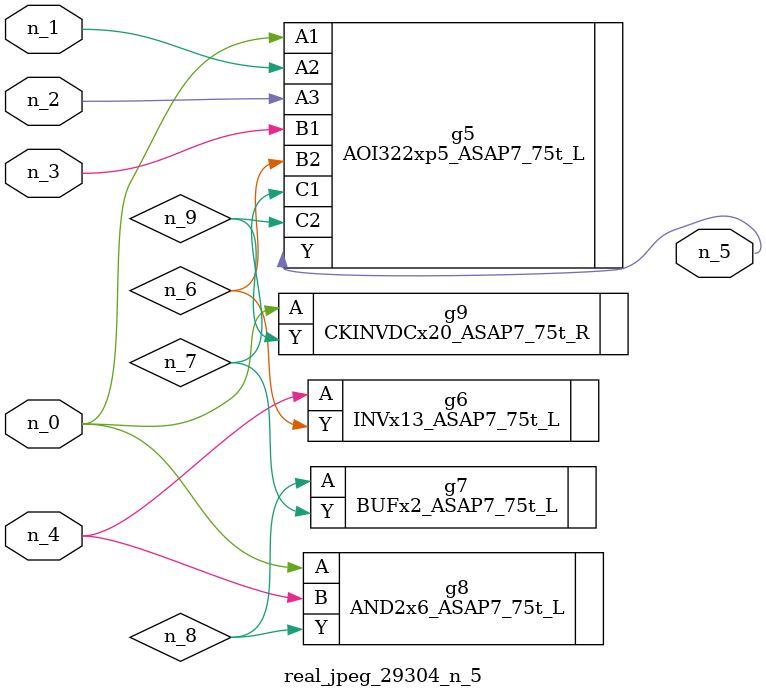
<source format=v>
module real_jpeg_29304_n_5 (n_4, n_0, n_1, n_2, n_3, n_5);

input n_4;
input n_0;
input n_1;
input n_2;
input n_3;

output n_5;

wire n_8;
wire n_6;
wire n_7;
wire n_9;

AOI322xp5_ASAP7_75t_L g5 ( 
.A1(n_0),
.A2(n_1),
.A3(n_2),
.B1(n_3),
.B2(n_6),
.C1(n_7),
.C2(n_9),
.Y(n_5)
);

AND2x6_ASAP7_75t_L g8 ( 
.A(n_0),
.B(n_4),
.Y(n_8)
);

CKINVDCx20_ASAP7_75t_R g9 ( 
.A(n_0),
.Y(n_9)
);

INVx13_ASAP7_75t_L g6 ( 
.A(n_4),
.Y(n_6)
);

BUFx2_ASAP7_75t_L g7 ( 
.A(n_8),
.Y(n_7)
);


endmodule
</source>
